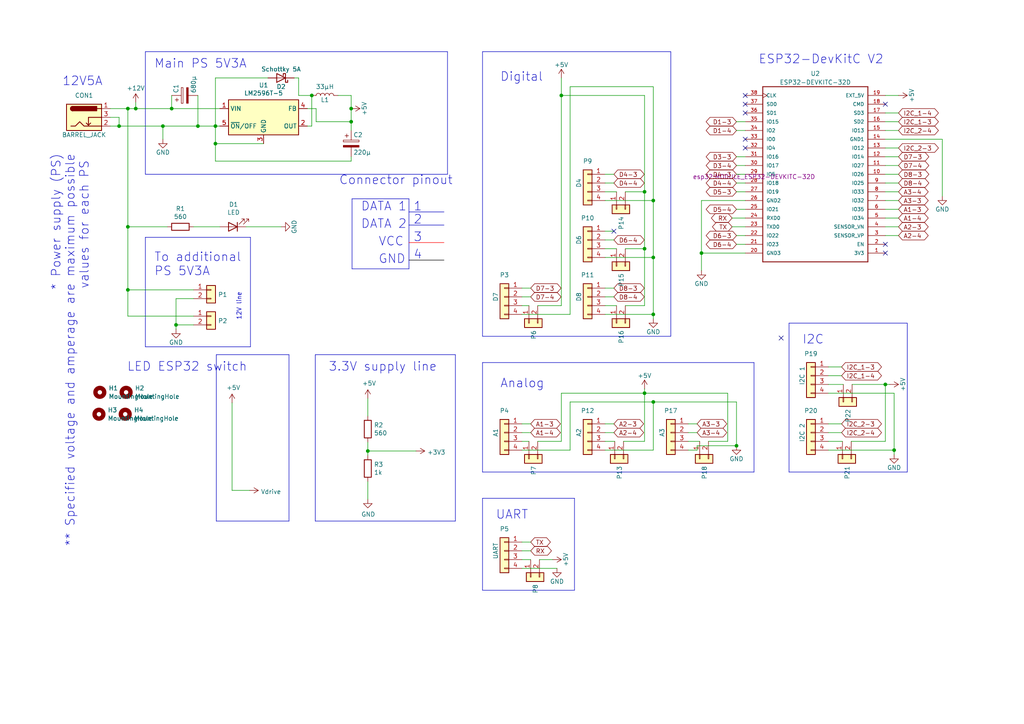
<source format=kicad_sch>
(kicad_sch (version 20231120) (generator "eeschema") (generator_version "8.0")
  (paper "A4")
  (junction (at 49.784 31.496))
  (junction (at 259.334 130.556))
  (junction (at 101.854 35.306))
  (junction (at 433.324 50.546))
  (junction (at 532.511 9.906))
  (junction (at 532.511 14.986))
  (junction (at 213.614 129.286))
  (junction (at 186.944 55.626))
  (junction (at 189.484 74.676))
  (junction (at 189.484 58.166))
  (junction (at 532.511 20.066))
  (junction (at 37.084 65.786))
  (junction (at 532.511 7.366))
  (junction (at 532.511 12.446))
  (junction (at 464.82 42.926))
  (junction (at 433.324 42.926))
  (junction (at 556.514 94.742))
  (junction (at 57.404 36.576))
  (junction (at 47.244 36.576))
  (junction (at 34.544 36.576))
  (junction (at 62.484 36.576))
  (junction (at 101.854 31.496))
  (junction (at 51.054 94.234))
  (junction (at 106.68 130.81))
  (junction (at 256.794 111.506))
  (junction (at 37.084 84.074))
  (junction (at 186.944 72.136))
  (junction (at 90.424 27.686))
  (junction (at 494.03 42.926))
  (junction (at 521.462 93.726))
  (junction (at 532.511 17.526))
  (junction (at 433.324 48.006))
  (junction (at 523.24 42.926))
  (junction (at 37.084 31.496))
  (junction (at 189.484 116.586))
  (junction (at 39.37 31.496))
  (junction (at 189.484 91.186))
  (junction (at 62.484 41.656))
  (junction (at 433.324 40.386))
  (junction (at 433.324 45.466))
  (junction (at 494.03 93.726))
  (junction (at 162.814 27.686))
  (junction (at 186.944 114.046))
  (junction (at 203.454 73.406))
  (junction (at 464.82 93.726))
  (junction (at 433.324 37.846))
  (no_connect (at 216.154 32.766))
  (no_connect (at 216.154 42.926))
  (no_connect (at 178.054 67.056))
  (no_connect (at 216.154 30.226))
  (no_connect (at 256.794 30.226))
  (no_connect (at 226.568 98.044))
  (no_connect (at 216.154 27.686))
  (no_connect (at 256.794 73.406))
  (no_connect (at 216.154 40.386))
  (no_connect (at 256.794 70.866))
  (wire (pts (xy 56.134 84.074) (xy 37.084 84.074)))
  (wire (pts (xy 240.284 130.556) (xy 259.334 130.556)))
  (wire (pts (xy 151.384 130.556) (xy 165.354 130.556)))
  (wire (pts (xy 37.084 31.496) (xy 39.37 31.496)))
  (wire (pts (xy 461.899 32.766) (xy 461.899 83.82)))
  (wire (pts (xy 175.514 55.626) (xy 178.816 55.626)))
  (wire (pts (xy 32.004 36.576) (xy 34.544 36.576)))
  (polyline (pts (xy 118.618 70.358) (xy 128.778 70.358)) (stroke (width 0) (type solid) (color 255 0 0 1)))
  (polyline (pts (xy 346.71 121.666) (xy 346.71 4.826)))
  (wire (pts (xy 165.354 25.146) (xy 165.354 91.186)))
  (wire (pts (xy 385.572 29.972) (xy 385.572 36.449)))
  (wire (pts (xy 178.054 83.566) (xy 175.514 83.566)))
  (wire (pts (xy 256.794 42.926) (xy 260.604 42.926)))
  (wire (pts (xy 57.404 27.686) (xy 57.404 36.576)))
  (wire (pts (xy 155.956 88.646) (xy 162.814 88.646)))
  (wire (pts (xy 153.924 83.566) (xy 151.384 83.566)))
  (wire (pts (xy 178.054 86.106) (xy 175.514 86.106)))
  (wire (pts (xy 165.354 25.146) (xy 189.484 25.146)))
  (wire (pts (xy 165.354 116.586) (xy 189.484 116.586)))
  (polyline (pts (xy 83.82 102.87) (xy 62.738 102.87)))
  (polyline (pts (xy 91.44 102.87) (xy 132.08 102.87)))
  (wire (pts (xy 37.084 91.694) (xy 56.134 91.694)))
  (polyline (pts (xy 445.77 4.826) (xy 445.77 121.666)))
  (wire (pts (xy 151.384 157.226) (xy 153.924 157.226)))
  (wire (pts (xy 101.854 37.846) (xy 101.854 35.306)))
  (wire (pts (xy 216.154 48.006) (xy 213.614 48.006)))
  (wire (pts (xy 433.324 40.386) (xy 435.61 40.386)))
  (wire (pts (xy 532.511 22.479) (xy 534.67 22.479)))
  (wire (pts (xy 216.154 70.866) (xy 213.614 70.866)))
  (polyline (pts (xy 62.738 102.87) (xy 62.738 151.13)))
  (wire (pts (xy 244.094 125.476) (xy 240.284 125.476)))
  (wire (pts (xy 423.037 65.786) (xy 435.61 65.786)))
  (wire (pts (xy 433.324 50.546) (xy 435.61 50.546)))
  (wire (pts (xy 189.484 116.586) (xy 213.614 116.586)))
  (wire (pts (xy 435.61 68.326) (xy 426.974 68.326)))
  (wire (pts (xy 37.084 65.786) (xy 48.514 65.786)))
  (wire (pts (xy 162.814 27.686) (xy 186.944 27.686)))
  (wire (pts (xy 153.924 122.936) (xy 151.384 122.936)))
  (wire (pts (xy 189.484 91.186) (xy 189.484 92.456)))
  (wire (pts (xy 461.899 83.82) (xy 464.82 83.82)))
  (wire (pts (xy 433.324 42.926) (xy 433.324 45.466)))
  (wire (pts (xy 151.384 162.306) (xy 153.924 162.306)))
  (wire (pts (xy 530.86 7.366) (xy 532.511 7.366)))
  (wire (pts (xy 364.744 19.812) (xy 369.824 19.812)))
  (wire (pts (xy 423.037 76.2) (xy 423.037 65.786)))
  (polyline (pts (xy 42.164 14.986) (xy 129.794 14.986)))
  (wire (pts (xy 106.68 130.81) (xy 120.65 130.81)))
  (wire (pts (xy 175.514 72.136) (xy 178.816 72.136)))
  (polyline (pts (xy 194.564 14.986) (xy 194.564 97.536)))
  (polyline (pts (xy 459.74 121.666) (xy 548.64 121.666)))
  (wire (pts (xy 387.096 76.2) (xy 423.037 76.2)))
  (wire (pts (xy 529.971 80.772) (xy 529.971 40.386)))
  (wire (pts (xy 256.794 45.466) (xy 260.604 45.466)))
  (wire (pts (xy 202.184 129.286) (xy 213.614 129.286)))
  (wire (pts (xy 433.324 45.466) (xy 433.324 48.006)))
  (wire (pts (xy 433.324 42.926) (xy 435.61 42.926)))
  (polyline (pts (xy 139.954 97.536) (xy 139.954 14.986)))
  (wire (pts (xy 556.514 80.772) (xy 556.514 94.742)))
  (polyline (pts (xy 91.44 102.87) (xy 91.44 151.13)))
  (wire (pts (xy 186.944 55.626) (xy 186.944 72.136)))
  (wire (pts (xy 464.82 93.726) (xy 481.33 93.726)))
  (wire (pts (xy 186.944 114.046) (xy 186.944 128.016)))
  (wire (pts (xy 37.084 31.496) (xy 37.084 65.786)))
  (wire (pts (xy 256.794 111.506) (xy 258.064 111.506)))
  (wire (pts (xy 86.614 22.606) (xy 86.614 27.686)))
  (wire (pts (xy 181.356 72.136) (xy 186.944 72.136)))
  (wire (pts (xy 56.134 65.786) (xy 63.754 65.786)))
  (wire (pts (xy 175.514 58.166) (xy 189.484 58.166)))
  (polyline (pts (xy 83.82 151.13) (xy 83.82 102.87)))
  (wire (pts (xy 523.24 42.926) (xy 523.24 46.736)))
  (polyline (pts (xy 62.738 151.13) (xy 83.82 151.13)))
  (wire (pts (xy 363.982 29.972) (xy 369.062 29.972)))
  (polyline (pts (xy 139.954 105.156) (xy 218.694 105.156)))
  (polyline (pts (xy 72.644 68.834) (xy 72.644 100.584)))
  (polyline (pts (xy 102.108 57.658) (xy 102.108 77.978)) (stroke (width 0) (type solid)))
  (wire (pts (xy 259.334 130.556) (xy 259.334 114.046)))
  (wire (pts (xy 256.794 58.166) (xy 260.604 58.166)))
  (wire (pts (xy 366.522 98.806) (xy 371.602 98.806)))
  (wire (pts (xy 202.184 122.936) (xy 199.644 122.936)))
  (wire (pts (xy 178.054 50.546) (xy 175.514 50.546)))
  (wire (pts (xy 165.354 116.586) (xy 165.354 130.556)))
  (wire (pts (xy 153.924 86.106) (xy 151.384 86.106)))
  (wire (pts (xy 216.154 60.706) (xy 213.614 60.706)))
  (wire (pts (xy 426.974 68.326) (xy 426.974 90.424)))
  (wire (pts (xy 433.324 48.006) (xy 435.61 48.006)))
  (wire (pts (xy 106.68 120.65) (xy 106.68 115.57)))
  (polyline (pts (xy 548.64 4.826) (xy 459.74 4.826)))
  (polyline (pts (xy 129.794 50.546) (xy 42.164 50.546)))
  (wire (pts (xy 427.101 36.449) (xy 427.101 58.166)))
  (wire (pts (xy 86.614 27.686) (xy 90.424 27.686)))
  (wire (pts (xy 203.454 58.166) (xy 203.454 73.406)))
  (wire (pts (xy 62.484 41.656) (xy 62.484 46.736)))
  (wire (pts (xy 256.794 48.006) (xy 260.604 48.006)))
  (wire (pts (xy 186.944 114.046) (xy 211.074 114.046)))
  (polyline (pts (xy 263.144 93.726) (xy 263.144 136.906)))
  (wire (pts (xy 488.442 84.836) (xy 494.03 84.836)))
  (wire (pts (xy 211.074 114.046) (xy 211.074 128.016)))
  (polyline (pts (xy 346.71 4.826) (xy 445.77 4.826)))
  (wire (pts (xy 178.054 69.596) (xy 175.514 69.596)))
  (polyline (pts (xy 263.144 93.726) (xy 228.854 93.726)))
  (wire (pts (xy 256.794 35.306) (xy 260.604 35.306)))
  (wire (pts (xy 428.752 27.686) (xy 428.752 55.626)))
  (wire (pts (xy 388.62 84.074) (xy 388.62 90.424)))
  (wire (pts (xy 464.82 54.356) (xy 464.82 59.436)))
  (wire (pts (xy 62.484 41.656) (xy 76.454 41.656)))
  (wire (pts (xy 62.484 22.606) (xy 62.484 36.576)))
  (wire (pts (xy 178.054 67.056) (xy 175.514 67.056)))
  (wire (pts (xy 464.82 93.726) (xy 464.82 97.536)))
  (wire (pts (xy 71.374 65.786) (xy 81.534 65.786)))
  (wire (pts (xy 521.462 105.156) (xy 521.462 110.236)))
  (wire (pts (xy 151.384 128.016) (xy 153.416 128.016)))
  (wire (pts (xy 175.514 74.676) (xy 189.484 74.676)))
  (wire (pts (xy 534.67 32.766) (xy 461.899 32.766)))
  (wire (pts (xy 162.814 22.606) (xy 162.814 27.686)))
  (wire (pts (xy 240.284 128.016) (xy 244.348 128.016)))
  (wire (pts (xy 464.82 42.926) (xy 481.33 42.926)))
  (wire (pts (xy 379.73 84.074) (xy 388.62 84.074)))
  (wire (pts (xy 216.154 68.326) (xy 213.614 68.326)))
  (wire (pts (xy 532.511 7.366) (xy 534.67 7.366)))
  (wire (pts (xy 162.814 27.686) (xy 162.814 88.646)))
  (wire (pts (xy 106.68 132.08) (xy 106.68 130.81)))
  (wire (pts (xy 181.356 55.626) (xy 186.944 55.626)))
  (wire (pts (xy 388.112 105.156) (xy 430.149 105.156)))
  (wire (pts (xy 430.149 105.156) (xy 430.149 70.866)))
  (wire (pts (xy 155.956 128.016) (xy 162.814 128.016)))
  (wire (pts (xy 523.24 30.226) (xy 523.24 42.926)))
  (wire (pts (xy 534.797 25.146) (xy 534.67 25.146)))
  (wire (pts (xy 464.82 42.926) (xy 464.82 46.736)))
  (wire (pts (xy 91.694 35.306) (xy 101.854 35.306)))
  (wire (pts (xy 216.154 65.786) (xy 212.344 65.786)))
  (wire (pts (xy 430.149 70.866) (xy 435.61 70.866)))
  (wire (pts (xy 181.356 88.646) (xy 186.944 88.646)))
  (wire (pts (xy 37.084 84.074) (xy 37.084 91.694)))
  (wire (pts (xy 494.03 27.686) (xy 494.03 42.926)))
  (wire (pts (xy 162.814 114.046) (xy 186.944 114.046)))
  (wire (pts (xy 101.854 46.736) (xy 101.854 45.466)))
  (wire (pts (xy 426.974 90.424) (xy 388.62 90.424)))
  (wire (pts (xy 244.094 106.426) (xy 240.284 106.426)))
  (wire (pts (xy 90.424 36.576) (xy 89.154 36.576)))
  (polyline (pts (xy 118.618 65.278) (xy 128.778 65.278)) (stroke (width 0) (type solid)))
  (wire (pts (xy 256.794 32.766) (xy 260.604 32.766)))
  (wire (pts (xy 364.236 46.228) (xy 369.316 46.228)))
  (polyline (pts (xy 42.164 68.834) (xy 42.164 100.584)))
  (wire (pts (xy 378.206 69.85) (xy 387.096 69.85)))
  (wire (pts (xy 375.666 58.166) (xy 384.556 58.166)))
  (wire (pts (xy 365.506 69.85) (xy 370.586 69.85)))
  (polyline (pts (xy 548.64 121.666) (xy 548.64 4.826)))
  (wire (pts (xy 180.848 128.016) (xy 186.944 128.016)))
  (wire (pts (xy 386.334 27.686) (xy 428.752 27.686)))
  (wire (pts (xy 423.291 64.516) (xy 423.291 63.246)))
  (wire (pts (xy 106.68 130.81) (xy 106.68 128.27)))
  (wire (pts (xy 488.442 35.306) (xy 488.442 84.836)))
  (wire (pts (xy 101.854 27.686) (xy 101.854 31.496)))
  (wire (pts (xy 433.324 35.306) (xy 433.324 37.846)))
  (polyline (pts (xy 118.618 77.978) (xy 118.618 57.658)) (stroke (width 0) (type solid)))
  (wire (pts (xy 51.054 86.614) (xy 56.134 86.614)))
  (polyline (pts (xy 166.624 144.526) (xy 166.624 171.196)))
  (wire (pts (xy 384.556 58.166) (xy 384.556 64.516)))
  (polyline (pts (xy 132.08 151.13) (xy 132.08 102.87)))
  (wire (pts (xy 47.244 40.386) (xy 47.244 36.576)))
  (polyline (pts (xy 218.694 136.906) (xy 218.694 105.156)))
  (wire (pts (xy 273.304 56.896) (xy 273.304 40.386)))
  (wire (pts (xy 151.384 164.846) (xy 161.544 164.846)))
  (wire (pts (xy 494.03 42.926) (xy 494.03 46.736)))
  (polyline (pts (xy 139.954 105.156) (xy 139.954 136.906)))
  (wire (pts (xy 106.68 144.78) (xy 106.68 139.7)))
  (polyline (pts (xy 72.644 100.584) (xy 42.164 100.584)))
  (polyline (pts (xy 166.624 144.526) (xy 139.954 144.526)))
  (wire (pts (xy 91.694 31.496) (xy 89.154 31.496)))
  (polyline (pts (xy 228.854 136.906) (xy 263.144 136.906)))
  (wire (pts (xy 34.544 34.036) (xy 34.544 36.576)))
  (wire (pts (xy 49.784 27.686) (xy 49.784 31.496)))
  (wire (pts (xy 494.03 42.926) (xy 510.54 42.926)))
  (wire (pts (xy 256.794 63.246) (xy 260.604 63.246)))
  (wire (pts (xy 256.794 50.546) (xy 260.604 50.546)))
  (wire (pts (xy 534.67 27.686) (xy 494.03 27.686)))
  (wire (pts (xy 376.682 29.972) (xy 385.572 29.972)))
  (wire (pts (xy 216.154 45.466) (xy 213.614 45.466)))
  (polyline (pts (xy 228.854 93.726) (xy 228.854 136.906)))
  (wire (pts (xy 532.511 9.906) (xy 534.67 9.906)))
  (wire (pts (xy 246.888 128.016) (xy 256.794 128.016)))
  (wire (pts (xy 189.484 116.586) (xy 189.484 130.556)))
  (wire (pts (xy 244.094 108.966) (xy 240.284 108.966)))
  (wire (pts (xy 367.03 84.074) (xy 372.11 84.074)))
  (wire (pts (xy 51.054 94.234) (xy 51.054 86.614)))
  (wire (pts (xy 519.938 84.709) (xy 521.462 84.709)))
  (wire (pts (xy 519.938 37.846) (xy 519.938 84.709)))
  (wire (pts (xy 532.511 20.066) (xy 532.511 22.479)))
  (wire (pts (xy 433.324 37.846) (xy 435.61 37.846)))
  (wire (pts (xy 523.24 42.926) (xy 539.75 42.926)))
  (wire (pts (xy 534.67 17.526) (xy 532.511 17.526)))
  (wire (pts (xy 256.794 55.626) (xy 260.604 55.626)))
  (wire (pts (xy 464.82 25.019) (xy 534.797 25.019)))
  (wire (pts (xy 62.484 36.576) (xy 63.754 36.576)))
  (wire (pts (xy 175.514 130.556) (xy 189.484 130.556)))
  (polyline (pts (xy 139.954 136.906) (xy 218.694 136.906)))
  (wire (pts (xy 534.67 22.479) (xy 534.67 22.606)))
  (wire (pts (xy 203.454 73.406) (xy 203.454 78.486)))
  (wire (pts (xy 37.084 65.786) (xy 37.084 84.074)))
  (polyline (pts (xy 139.954 171.196) (xy 166.624 171.196)))
  (polyline (pts (xy 129.794 14.986) (xy 129.794 50.546)))
  (wire (pts (xy 199.644 128.016) (xy 202.946 128.016)))
  (wire (pts (xy 433.324 48.006) (xy 433.324 50.546)))
  (polyline (pts (xy 91.44 151.13) (xy 132.08 151.13)))
  (wire (pts (xy 519.938 37.846) (xy 534.67 37.846)))
  (wire (pts (xy 186.944 114.046) (xy 186.944 112.776)))
  (wire (pts (xy 203.454 73.406) (xy 216.154 73.406)))
  (wire (pts (xy 256.794 68.326) (xy 260.604 68.326)))
  (wire (pts (xy 32.004 31.496) (xy 37.084 31.496)))
  (polyline (pts (xy 459.74 4.826) (xy 459.74 121.666)))
  (wire (pts (xy 435.61 60.706) (xy 422.91 60.706)))
  (wire (pts (xy 521.462 93.726) (xy 521.462 97.536)))
  (wire (pts (xy 199.644 130.556) (xy 202.184 130.556)))
  (wire (pts (xy 101.854 27.686) (xy 98.044 27.686)))
  (wire (pts (xy 529.971 40.386) (xy 534.67 40.386)))
  (wire (pts (xy 202.184 125.476) (xy 199.644 125.476)))
  (wire (pts (xy 534.797 25.019) (xy 534.797 25.146)))
  (wire (pts (xy 256.794 60.706) (xy 260.604 60.706)))
  (wire (pts (xy 388.112 98.806) (xy 388.112 105.156)))
  (wire (pts (xy 39.37 29.718) (xy 39.37 31.496)))
  (wire (pts (xy 532.511 9.906) (xy 532.511 12.446)))
  (wire (pts (xy 427.101 58.166) (xy 435.61 58.166)))
  (wire (pts (xy 216.154 37.846) (xy 213.614 37.846)))
  (wire (pts (xy 90.424 27.686) (xy 90.424 36.576)))
  (wire (pts (xy 385.826 46.228) (xy 385.826 52.578)))
  (wire (pts (xy 101.854 31.496) (xy 101.854 35.306)))
  (wire (pts (xy 178.054 53.086) (xy 175.514 53.086)))
  (wire (pts (xy 428.752 55.626) (xy 435.61 55.626)))
  (wire (pts (xy 247.142 111.506) (xy 256.794 111.506)))
  (wire (pts (xy 62.484 22.606) (xy 77.724 22.606)))
  (wire (pts (xy 189.484 74.676) (xy 189.484 91.186)))
  (wire (pts (xy 532.511 20.066) (xy 534.67 20.066)))
  (wire (pts (xy 39.37 31.496) (xy 49.784 31.496)))
  (wire (pts (xy 202.184 130.556) (xy 202.184 129.286)))
  (wire (pts (xy 256.794 37.846) (xy 260.604 37.846)))
  (wire (pts (xy 534.67 35.306) (xy 488.442 35.306)))
  (wire (pts (xy 85.344 22.606) (xy 86.614 22.606)))
  (wire (pts (xy 422.91 60.706) (xy 422.91 52.578)))
  (wire (pts (xy 216.154 35.306) (xy 213.614 35.306)))
  (polyline (pts (xy 102.108 77.978) (xy 118.618 77.978)) (stroke (width 0) (type solid)))
  (wire (pts (xy 256.794 53.086) (xy 260.604 53.086)))
  (polyline (pts (xy 118.618 61.468) (xy 128.778 61.468)) (stroke (width 0) (type solid)))
  (wire (pts (xy 273.304 40.386) (xy 256.794 40.386)))
  (wire (pts (xy 67.31 116.84) (xy 67.31 142.24)))
  (wire (pts (xy 532.511 17.526) (xy 532.511 20.066)))
  (wire (pts (xy 151.384 88.646) (xy 153.416 88.646)))
  (wire (pts (xy 464.82 25.019) (xy 464.82 42.926)))
  (wire (pts (xy 532.511 12.446) (xy 534.67 12.446)))
  (polyline (pts (xy 194.564 97.536) (xy 139.954 97.536)))
  (wire (pts (xy 464.82 83.82) (xy 464.82 93.726)))
  (wire (pts (xy 32.004 34.036) (xy 34.544 34.036)))
  (wire (pts (xy 386.334 19.812) (xy 386.334 27.686)))
  (wire (pts (xy 556.514 94.742) (xy 556.514 98.552)))
  (wire (pts (xy 377.444 19.812) (xy 386.334 19.812)))
  (wire (pts (xy 62.484 36.576) (xy 62.484 41.656)))
  (wire (pts (xy 376.936 46.228) (xy 385.826 46.228)))
  (wire (pts (xy 521.462 84.709) (xy 521.462 93.726)))
  (polyline (pts (xy 445.77 121.666) (xy 346.71 121.666)))
  (wire (pts (xy 433.324 50.546) (xy 433.324 53.086)))
  (polyline (pts (xy 72.644 68.834) (xy 42.164 68.834)))
  (wire (pts (xy 384.556 64.516) (xy 423.291 64.516)))
  (wire (pts (xy 556.514 106.172) (xy 556.514 111.252)))
  (wire (pts (xy 91.694 31.496) (xy 91.694 35.306)))
  (wire (pts (xy 216.154 58.166) (xy 203.454 58.166)))
  (wire (pts (xy 216.154 63.246) (xy 212.344 63.246)))
  (wire (pts (xy 186.944 27.686) (xy 186.944 55.626)))
  (wire (pts (xy 433.324 37.846) (xy 433.324 40.386)))
  (wire (pts (xy 67.31 142.24) (xy 72.39 142.24)))
  (wire (pts (xy 156.464 162.306) (xy 160.274 162.306)))
  (wire (pts (xy 151.384 159.766) (xy 153.924 159.766)))
  (wire (pts (xy 57.404 36.576) (xy 62.484 36.576)))
  (wire (pts (xy 523.24 54.356) (xy 523.24 59.436)))
  (polyline (pts (xy 118.618 75.438) (xy 128.778 75.438)) (stroke (width 0) (type solid) (color 0 0 0 1)))
  (wire (pts (xy 49.784 31.496) (xy 63.754 31.496)))
  (wire (pts (xy 240.284 111.506) (xy 244.602 111.506)))
  (wire (pts (xy 422.91 52.578) (xy 385.826 52.578)))
  (wire (pts (xy 259.334 131.826) (xy 259.334 130.556)))
  (wire (pts (xy 240.284 114.046) (xy 259.334 114.046)))
  (wire (pts (xy 189.484 58.166) (xy 189.484 74.676)))
  (wire (pts (xy 387.096 69.85) (xy 387.096 76.2)))
  (wire (pts (xy 51.054 95.504) (xy 51.054 94.234)))
  (wire (pts (xy 433.324 40.386) (xy 433.324 42.926)))
  (wire (pts (xy 532.511 14.986) (xy 534.67 14.986)))
  (wire (pts (xy 556.514 94.742) (xy 573.024 94.742)))
  (wire (pts (xy 433.324 45.466) (xy 435.61 45.466)))
  (wire (pts (xy 494.03 105.156) (xy 494.03 110.236)))
  (wire (pts (xy 532.511 12.446) (xy 532.511 14.986)))
  (wire (pts (xy 51.054 94.234) (xy 56.134 94.234)))
  (wire (pts (xy 494.03 84.836) (xy 494.03 93.726)))
  (wire (pts (xy 256.794 65.786) (xy 260.604 65.786)))
  (polyline (pts (xy 139.954 171.196) (xy 139.954 144.526)))
  (wire (pts (xy 178.054 122.936) (xy 175.514 122.936)))
  (polyline (pts (xy 139.954 14.986) (xy 194.564 14.986)))
  (wire (pts (xy 62.484 46.736) (xy 101.854 46.736)))
  (wire (pts (xy 256.794 111.506) (xy 256.794 128.016)))
  (polyline (pts (xy 118.618 57.658) (xy 102.108 57.658)) (stroke (width 0) (type solid)))
  (wire (pts (xy 34.544 36.576) (xy 47.244 36.576)))
  (wire (pts (xy 379.222 98.806) (xy 388.112 98.806)))
  (wire (pts (xy 523.24 30.226) (xy 534.67 30.226)))
  (wire (pts (xy 532.511 7.366) (xy 532.511 9.906)))
  (wire (pts (xy 178.054 125.476) (xy 175.514 125.476)))
  (wire (pts (xy 362.966 58.166) (xy 368.046 58.166)))
  (wire (pts (xy 186.944 72.136) (xy 186.944 88.646)))
  (wire (pts (xy 532.511 14.986) (xy 532.511 17.526)))
  (wire (pts (xy 213.614 116.586) (xy 213.614 129.286)))
  (wire (pts (xy 494.03 93.726) (xy 510.54 93.726)))
  (wire (pts (xy 189.484 25.146) (xy 189.484 58.166)))
  (wire (pts (xy 494.03 93.726) (xy 494.03 97.536)))
  (wire (pts (xy 464.82 105.156) (xy 464.82 110.236)))
  (wire (pts (xy 433.324 53.086) (xy 435.61 53.086)))
  (wire (pts (xy 216.154 55.626) (xy 213.614 55.626)))
  (wire (pts (xy 216.154 50.546) (xy 213.614 50.546)))
  (wire (pts (xy 385.572 36.449) (xy 427.101 36.449)))
  (wire (pts (xy 260.604 27.686) (xy 256.794 27.686)))
  (wire (pts (xy 213.614 53.086) (xy 216.154 53.086)))
  (wire (pts (xy 494.03 54.356) (xy 494.03 59.436)))
  (wire (pts (xy 175.514 128.016) (xy 178.308 128.016)))
  (wire (pts (xy 175.514 88.646) (xy 178.816 88.646)))
  (polyline (pts (xy 42.164 50.546) (xy 42.164 14.986)))
  (wire (pts (xy 423.291 63.246) (xy 435.61 63.246)))
  (wire (pts (xy 240.284 122.936) (xy 244.094 122.936)))
  (wire (pts (xy 47.244 36.576) (xy 57.404 36.576)))
  (wire (pts (xy 175.514 91.186) (xy 189.484 91.186)))
  (wire (pts (xy 521.462 93.726) (xy 537.972 93.726)))
  (wire (pts (xy 162.814 114.046) (xy 162.814 128.016)))
  (wire (pts (xy 151.384 91.186) (xy 165.354 91.186)))
  (wire (pts (xy 205.486 128.016) (xy 211.074 128.016)))
  (wire (pts (xy 556.514 80.772) (xy 529.971 80.772)))
  (wire (pts (xy 153.924 125.476) (xy 151.384 125.476)))
  (text "Digital" (at 145.034 23.876 0) (effects (font (size 2.54 2.54)) (justify left bottom)))
  (text "I2C" (at 232.664 100.076 0) (effects (font (size 2.54 2.54)) (justify left bottom)))
  (text "IR phototransistor array" (at 463.55 12.446 0) (effects (font (size 2.54 2.54)) (justify left bottom)))
  (text "3.3V supply line" (at 95.25 107.95 0) (effects (font (size 2.54 2.54)) (justify left bottom)))
  (text "12V line" (at 70.104 92.964 90) (effects (font (size 1.27 1.27)) (justify left bottom)))
  (text "UART" (at 143.764 150.876 0) (effects (font (size 2.54 2.54)) (justify left bottom)))
  (text "4" (at 119.888 75.438 0) (effects (font (size 2.54 2.54)) (justify left bottom)))
  (text "DATA 2  " (at 104.648 66.548 0) (effects (font (size 2.54 2.54)) (justify left bottom)))
  (text "VCC" (at 109.728 71.628 0) (effects (font (size 2.54 2.54)) (justify left bottom)))
  (text "12V5A" (at 18.034 25.146 0) (effects (font (size 2.54 2.54)) (justify left bottom)))
  (text "IR LED array" (at 355.6 13.716 0) (effects (font (size 2.54 2.54)) (justify left bottom)))
  (text "Main PS 5V3A" (at 44.704 20.066 0) (effects (font (size 2.54 2.54)) (justify left bottom)))
  (text "Connector pinout" (at 98.298 53.848 0) (effects (font (size 2.54 2.54)) (justify left bottom)))
  (text "2" (at 119.888 65.278 0) (effects (font (size 2.54 2.54)) (justify left bottom)))
  (text "To additional\nPS 5V3A" (at 44.704 80.264 0) (effects (font (size 2.54 2.54)) (justify left bottom)))
  (text "ESP32-DevKitC V2" (at 219.964 18.796 0) (effects (font (size 2.54 2.54)) (justify left bottom)))
  (text "* Power supply (PS)\n** Specified voltage and amperage are maximum possible\nvalues for each PS " (at 25.908 44.704 90) (effects (font (size 2.54 2.54)) (justify right bottom)))
  (text "GND" (at 109.728 76.708 0) (effects (font (size 2.54 2.54)) (justify left bottom)))
  (text "LED ESP32 switch" (at 36.83 107.95 0) (effects (font (size 2.54 2.54)) (justify left bottom)))
  (text "DATA 1\n" (at 104.648 61.468 0) (effects (font (size 2.54 2.54)) (justify left bottom)))
  (text "3" (at 119.888 70.358 0) (effects (font (size 2.54 2.54)) (justify left bottom)))
  (text "Analog" (at 145.034 112.776 0) (effects (font (size 2.54 2.54)) (justify left bottom)))
  (text "1" (at 119.888 61.468 0) (effects (font (size 2.54 2.54)) (justify left bottom)))
  (global_label "D8-4" (shape bidirectional) (at 178.054 86.106 0) (property "Intersheetrefs" "${INTERSHEET_REFS}" (effects (hide yes))))
  (global_label "A2-4" (shape bidirectional) (at 178.054 125.476 0) (property "Intersheetrefs" "${INTERSHEET_REFS}" (effects (hide yes))))
  (global_label "D6-4" (shape bidirectional) (at 178.054 69.596 0) (property "Intersheetrefs" "${INTERSHEET_REFS}" (effects (hide yes))))
  (global_label "D1-4" (shape bidirectional) (at 213.614 37.846 180) (property "Intersheetrefs" "${INTERSHEET_REFS}" (effects (hide yes))))
  (global_label "I2C_2-3" (shape bidirectional) (at 244.094 122.936 0) (property "Intersheetrefs" "${INTERSHEET_REFS}" (effects (hide yes))))
  (global_label "A1-3" (shape bidirectional) (at 153.924 122.936 0) (property "Intersheetrefs" "${INTERSHEET_REFS}" (effects (hide yes))))
  (global_label "D5-3" (shape bidirectional) (at 510.54 93.726 0) (property "Intersheetrefs" "${INTERSHEET_REFS}" (effects (hide yes))))
  (global_label "TX" (shape bidirectional) (at 212.344 65.786 180) (property "Intersheetrefs" "${INTERSHEET_REFS}" (effects (hide yes))))
  (global_label "I2C_2-4" (shape bidirectional) (at 260.604 37.846 0) (property "Intersheetrefs" "${INTERSHEET_REFS}" (effects (hide yes))))
  (global_label "A2-3" (shape bidirectional) (at 178.054 122.936 0) (property "Intersheetrefs" "${INTERSHEET_REFS}" (effects (hide yes))))
  (global_label "D3-4" (shape bidirectional) (at 481.33 93.726 0) (property "Intersheetrefs" "${INTERSHEET_REFS}" (effects (hide yes))))
  (global_label "D7-3" (shape bidirectional) (at 153.924 83.566 0) (property "Intersheetrefs" "${INTERSHEET_REFS}" (effects (hide yes))))
  (global_label "D5-4" (shape bidirectional) (at 213.614 60.706 180) (property "Intersheetrefs" "${INTERSHEET_REFS}" (effects (hide yes))))
  (global_label "D4-4" (shape bidirectional) (at 213.614 53.086 180) (property "Intersheetrefs" "${INTERSHEET_REFS}" (effects (hide yes))))
  (global_label "D1-4" (shape bidirectional) (at 510.54 42.926 0) (property "Intersheetrefs" "${INTERSHEET_REFS}" (effects (hide yes))))
  (global_label "A2-4" (shape bidirectional) (at 260.604 68.326 0) (property "Intersheetrefs" "${INTERSHEET_REFS}" (effects (hide yes))))
  (global_label "I2C_1-3" (shape bidirectional) (at 260.604 35.306 0) (property "Intersheetrefs" "${INTERSHEET_REFS}" (effects (hide yes))))
  (global_label "I2C_1-3" (shape bidirectional) (at 244.094 106.426 0) (property "Intersheetrefs" "${INTERSHEET_REFS}" (effects (hide yes))))
  (global_label "D8-4" (shape bidirectional) (at 260.604 53.086 0) (property "Intersheetrefs" "${INTERSHEET_REFS}" (effects (hide yes))))
  (global_label "D8-3" (shape bidirectional) (at 260.604 50.546 0) (property "Intersheetrefs" "${INTERSHEET_REFS}" (effects (hide yes))))
  (global_label "TX" (shape bidirectional) (at 153.924 157.226 0) (property "Intersheetrefs" "${INTERSHEET_REFS}" (effects (hide yes))))
  (global_label "D3-3" (shape bidirectional) (at 213.614 45.466 180) (property "Intersheetrefs" "${INTERSHEET_REFS}" (effects (hide yes))))
  (global_label "RX" (shape bidirectional) (at 153.924 159.766 0) (property "Intersheetrefs" "${INTERSHEET_REFS}" (effects (hide yes))))
  (global_label "A2-3" (shape bidirectional) (at 260.604 65.786 0) (property "Intersheetrefs" "${INTERSHEET_REFS}" (effects (hide yes))))
  (global_label "I2C_2-4" (shape bidirectional) (at 244.094 125.476 0) (property "Intersheetrefs" "${INTERSHEET_REFS}" (effects (hide yes))))
  (global_label "A3-3" (shape bidirectional) (at 260.604 58.166 0) (property "Intersheetrefs" "${INTERSHEET_REFS}" (effects (hide yes))))
  (global_label "D8-3" (shape bidirectional) (at 178.054 83.566 0) (property "Intersheetrefs" "${INTERSHEET_REFS}" (effects (hide yes))))
  (global_label "I2C_1-4" (shape bidirectional) (at 244.094 108.966 0) (property "Intersheetrefs" "${INTERSHEET_REFS}" (effects (hide yes))))
  (global_label "D3-4" (shape bidirectional) (at 213.614 48.006 180) (property "Intersheetrefs" "${INTERSHEET_REFS}" (effects (hide yes))))
  (global_label "A3-3" (shape bidirectional) (at 202.184 122.936 0) (property "Intersheetrefs" "${INTERSHEET_REFS}" (effects (hide yes))))
  (global_label "D4-3" (shape bidirectional) (at 213.614 50.546 180) (property "Intersheetrefs" "${INTERSHEET_REFS}" (effects (hide yes))))
  (global_label "D1-3" (shape bidirectional) (at 213.614 35.306 180) (property "Intersheetrefs" "${INTERSHEET_REFS}" (effects (hide yes))))
  (global_label "D6-3" (shape bidirectional) (at 573.024 94.742 0) (property "Intersheetrefs" "${INTERSHEET_REFS}" (effects (hide yes))))
  (global_label "A3-4" (shape bidirectional) (at 202.184 125.476 0) (property "Intersheetrefs" "${INTERSHEET_REFS}" (effects (hide yes))))
  (global_label "A1-4" (shape bidirectional) (at 153.924 125.476 0) (property "Intersheetrefs" "${INTERSHEET_REFS}" (effects (hide yes))))
  (global_label "I2C_2-3" (shape bidirectional) (at 260.604 42.926 0) (property "Intersheetrefs" "${INTERSHEET_REFS}" (effects (hide yes))))
  (global_label "A3-4" (shape bidirectional) (at 260.604 55.626 0) (property "Intersheetrefs" "${INTERSHEET_REFS}" (effects (hide yes))))
  (global_label "RX" (shape bidirectional) (at 212.344 63.246 180) (property "Intersheetrefs" "${INTERSHEET_REFS}" (effects (hide yes))))
  (global_label "D5-3" (shape bidirectional) (at 213.614 55.626 180) (property "Intersheetrefs" "${INTERSHEET_REFS}" (effects (hide yes))))
  (global_label "D7-3" (shape bidirectional) (at 260.604 45.466 0) (property "Intersheetrefs" "${INTERSHEET_REFS}" (effects (hide yes))))
  (global_label "D4-4" (shape bidirectional) (at 178.054 53.086 0) (property "Intersheetrefs" "${INTERSHEET_REFS}" (effects (hide yes))))
  (global_label "I2C_1-4" (shape bidirectional) (at 260.604 32.766 0) (property "Intersheetrefs" "${INTERSHEET_REFS}" (effects (hide yes))))
  (global_label "D7-4" (shape bidirectional) (at 153.924 86.106 0) (property "Intersheetrefs" "${INTERSHEET_REFS}" (effects (hide yes))))
  (global_label "D5-4" (shape bidirectional) (at 537.972 93.726 0) (property "Intersheetrefs" "${INTERSHEET_REFS}" (effects (hide yes))))
  (global_label "D6-4" (shape bidirectional) (at 213.614 70.866 180) (property "Intersheetrefs" "${INTERSHEET_REFS}" (effects (hide yes))))
  (global_label "D4-3" (shape bidirectional) (at 178.054 50.546 0) (property "Intersheetrefs" "${INTERSHEET_REFS}" (effects (hide yes))))
  (global_label "A1-3" (shape bidirectional) (at 260.604 60.706 0) (property "Intersheetrefs" "${INTERSHEET_REFS}" (effects (hide yes))))
  (global_label "D1-3" (shape bidirectional) (at 481.33 42.926 0) (property "Intersheetrefs" "${INTERSHEET_REFS}" (effects (hide yes))))
  (global_label "D3-3" (shape bidirectional) (at 539.75 42.926 0) (property "Intersheetrefs" "${INTERSHEET_REFS}" (effects (hide yes))))
  (global_label "D6-3" (shape bidirectional) (at 213.614 68.326 180) (property "Intersheetrefs" "${INTERSHEET_REFS}" (effects (hide yes))))
  (global_label "D7-4" (shape bidirectional) (at 260.604 48.006 0) (property "Intersheetrefs" "${INTERSHEET_REFS}" (effects (hide yes))))
  (global_label "A1-4" (shape bidirectional) (at 260.604 63.246 0) (property "Intersheetrefs" "${INTERSHEET_REFS}" (effects (hide yes))))
  (symbol (lib_id "ir_sensor-rescue:+3.3V-power") (at 530.86 7.366 90) (unit 1)
    (property "Reference" "#PWR036" (effects (hide yes)))
    (property "Value" "+3V3" (at 526.4658 6.985 0))
  )
  (symbol (lib_id "power:Vdrive") (at 362.966 58.166 90) (unit 1)
    (property "Reference" "#PWR022" (effects (hide yes)))
    (property "Value" "Vdrive" (at 358.5718 57.785 0))
  )
  (symbol (lib_id "power:GND") (at 203.454 78.486 0) (unit 1)
    (property "Reference" "#PWR016" (effects (hide yes)))
    (property "Value" "GND" (at 203.454 82.296 0))
  )
  (symbol (lib_id "Connector_Generic:Conn_01x04") (at 235.204 125.476 0) (mirror y) (unit 1)
    (property "Reference" "P20" (at 235.204 119.126 0))
    (property "Value" "I2C 2" (at 232.664 125.476 90))
    (property "Footprint" "Connector_JST:JST_XH_B4B-XH-A_1x04_P2.50mm_Vertical" (effects (hide yes)))
  )
  (symbol (lib_id "power:Vdrive") (at 364.236 46.228 90) (unit 1)
    (property "Reference" "#PWR024" (effects (hide yes)))
    (property "Value" "Vdrive" (at 359.8418 45.847 0))
  )
  (symbol (lib_id "power:+5V") (at 162.814 22.606 0) (unit 1)
    (property "Reference" "#PWR013" (effects (hide yes)))
    (property "Value" "+5V" (at 162.814 18.796 0))
  )
  (symbol (lib_id "Connector_Generic:Conn_01x02") (at 244.348 133.096 90) (mirror x) (unit 1)
    (property "Reference" "P21" (at 245.7196 135.128 0) (effects (justify left)))
    (property "Value" "Conn_01x02" (effects (hide yes)))
    (property "Footprint" "Connector_PinSocket_2.54mm:PinSocket_1x02_P2.54mm_Vertical" (effects (hide yes)))
  )
  (symbol (lib_id "Device:LED") (at 67.564 65.786 180) (unit 1)
    (property "Reference" "D1" (at 67.7418 59.309 0))
    (property "Value" "LED" (at 67.7418 61.6204 0))
    (property "Footprint" "LED_THT:LED_D3.0mm" (effects (hide yes)))
  )
  (symbol (lib_id "Connector:Conn_01x14_Socket") (at 539.75 22.606 0) (unit 1)
    (property "Reference" "J2" (at 540.4612 22.6639 0) (effects (justify left)))
    (property "Value" "Conn_01x14_Socket" (at 540.4612 25.0881 0) (effects (justify left)))
    (property "Footprint" "Connector_JST:JST_XH_B14B-XH-A_1x14_P2.50mm_Vertical" (effects (hide yes)))
  )
  (symbol (lib_id "Connector_Generic:Conn_01x02") (at 178.816 93.726 90) (mirror x) (unit 1)
    (property "Reference" "P16" (at 180.1876 95.758 0) (effects (justify left)))
    (property "Value" "Conn_01x02" (effects (hide yes)))
    (property "Footprint" "Connector_PinSocket_2.54mm:PinSocket_1x02_P2.54mm_Vertical" (effects (hide yes)))
  )
  (symbol (lib_id "Device:R") (at 373.126 46.228 90) (unit 1)
    (property "Reference" "R6" (at 371.9576 44.45 0) (effects (justify left)))
    (property "Value" "47" (at 374.269 44.45 0) (effects (justify left)))
    (property "Footprint" "Resistor_THT:R_Box_L13.0mm_W4.0mm_P9.00mm" (effects (hide yes)))
  )
  (symbol (lib_id "Device:L") (at 94.234 27.686 90) (unit 1)
    (property "Reference" "L1" (at 94.234 28.956 90))
    (property "Value" "33µH" (at 94.234 25.146 90))
    (property "Footprint" "Inductor_THT:L_Radial_D10.0mm_P5.00mm_Fastron_07M" (effects (hide yes)))
  )
  (symbol (lib_id "power:+5V") (at 160.274 162.306 270) (unit 1)
    (property "Reference" "#PWR011" (effects (hide yes)))
    (property "Value" "+5V" (at 164.084 162.306 0))
  )
  (symbol (lib_id "power:+5V") (at 186.944 112.776 0) (unit 1)
    (property "Reference" "#PWR014" (effects (hide yes)))
    (property "Value" "+5V" (at 186.944 108.966 0))
  )
  (symbol (lib_id "Device:R") (at 106.68 124.46 0) (unit 1)
    (property "Reference" "R2" (at 108.458 123.2916 0) (effects (justify left)))
    (property "Value" "560" (at 108.458 125.603 0) (effects (justify left)))
    (property "Footprint" "Resistor_THT:R_Box_L13.0mm_W4.0mm_P9.00mm" (effects (hide yes)))
  )
  (symbol (lib_id "power:GND") (at 464.82 59.436 0) (unit 1)
    (property "Reference" "#PWR030" (effects (hide yes)))
    (property "Value" "GND" (at 464.947 63.8302 0))
  )
  (symbol (lib_id "power:Vdrive") (at 367.03 84.074 90) (unit 1)
    (property "Reference" "#PWR028" (effects (hide yes)))
    (property "Value" "Vdrive" (at 362.6358 83.693 0))
  )
  (symbol (lib_id "power:GND") (at 259.334 131.826 0) (unit 1)
    (property "Reference" "#PWR019" (effects (hide yes)))
    (property "Value" "GND" (at 259.334 135.636 0))
  )
  (symbol (lib_id "Connector_Generic:Conn_01x02") (at 178.816 60.706 90) (mirror x) (unit 1)
    (property "Reference" "P14" (at 180.1876 62.738 0) (effects (justify left)))
    (property "Value" "Conn_01x02" (effects (hide yes)))
    (property "Footprint" "Connector_PinSocket_2.54mm:PinSocket_1x02_P2.54mm_Vertical" (effects (hide yes)))
  )
  (symbol (lib_id "Connector_Generic:Conn_01x02") (at 153.924 167.386 90) (mirror x) (unit 1)
    (property "Reference" "P8" (at 155.2956 169.418 0) (effects (justify left)))
    (property "Value" "Conn_01x02" (effects (hide yes)))
    (property "Footprint" "Connector_PinSocket_2.54mm:PinSocket_1x02_P2.54mm_Vertical" (effects (hide yes)))
  )
  (symbol (lib_id "Device:R") (at 464.82 50.546 0) (unit 1)
    (property "Reference" "R11" (at 466.598 49.3776 0) (effects (justify left)))
    (property "Value" "10k" (at 466.598 51.689 0) (effects (justify left)))
    (property "Footprint" "Resistor_THT:R_Box_L13.0mm_W4.0mm_P9.00mm" (effects (hide yes)))
  )
  (symbol (lib_id "power:GND") (at 81.534 65.786 90) (unit 1)
    (property "Reference" "#PWR06" (effects (hide yes)))
    (property "Value" "GND" (at 85.344 65.786 0))
  )
  (symbol (lib_id "power:+5V") (at 106.68 115.57 0) (unit 1)
    (property "Reference" "#PWR08" (effects (hide yes)))
    (property "Value" "+5V" (at 107.061 111.1758 0))
  )
  (symbol (lib_id "Device:R") (at 521.462 101.346 0) (unit 1)
    (property "Reference" "R15" (at 523.24 100.1776 0) (effects (justify left)))
    (property "Value" "10k" (at 523.24 102.489 0) (effects (justify left)))
    (property "Footprint" "Resistor_THT:R_Box_L13.0mm_W4.0mm_P9.00mm" (effects (hide yes)))
  )
  (symbol (lib_id "Regulator_Switching:LM2596T-5") (at 76.454 34.036 0) (unit 1)
    (property "Reference" "U1" (at 76.454 24.7142 0))
    (property "Value" "LM2596T-5" (at 76.454 27.0256 0))
    (property "Footprint" "Package_TO_SOT_THT:TO-220-5_P3.4x3.7mm_StaggerOdd_Lead3.8mm_Vertical" (effects (hide yes)))
    (property "Datasheet" "http://www.ti.com/lit/ds/symlink/lm2596.pdf" (effects (hide yes)))
  )
  (symbol (lib_id "power:GND") (at 106.68 144.78 0) (unit 1)
    (property "Reference" "#PWR09" (effects (hide yes)))
    (property "Value" "GND" (at 106.807 149.1742 0))
  )
  (symbol (lib_id "power:GND") (at 213.614 129.286 0) (unit 1)
    (property "Reference" "#PWR017" (effects (hide yes)))
    (property "Value" "GND" (at 213.614 133.096 0))
  )
  (symbol (lib_id "beehive-rescue:CP-Device") (at 53.594 27.686 90) (unit 1)
    (property "Reference" "C1" (at 51.054 27.051 0) (effects (justify left)))
    (property "Value" "680µ" (at 56.134 27.051 0) (effects (justify left)))
    (property "Footprint" "Capacitor_THT:CP_Radial_D10.0mm_P5.00mm" (effects (hide yes)))
  )
  (symbol (lib_id "Connector_Generic:Conn_01x02") (at 153.416 93.726 90) (mirror x) (unit 1)
    (property "Reference" "P6" (at 154.7876 95.758 0) (effects (justify left)))
    (property "Value" "Conn_01x02" (effects (hide yes)))
    (property "Footprint" "Connector_PinSocket_2.54mm:PinSocket_1x02_P2.54mm_Vertical" (effects (hide yes)))
  )
  (symbol (lib_id "Mechanical:MountingHole") (at 36.576 113.792 0) (unit 1)
    (property "Reference" "H2" (at 39.116 112.5799 0) (effects (justify left)))
    (property "Value" "MountingHole" (at 39.116 115.0041 0) (effects (justify left)))
    (property "Footprint" "MountingHole:MountingHole_3.2mm_M3" (effects (hide yes)))
  )
  (symbol (lib_id "Mechanical:MountingHole") (at 28.702 120.142 0) (unit 1)
    (property "Reference" "H3" (at 31.242 118.9299 0) (effects (justify left)))
    (property "Value" "MountingHole" (at 31.242 121.3541 0) (effects (justify left)))
    (property "Footprint" "MountingHole:MountingHole_3.2mm_M3" (effects (hide yes)))
  )
  (symbol (lib_id "Device:R") (at 373.634 19.812 90) (unit 1)
    (property "Reference" "R7" (at 372.4656 18.034 0) (effects (justify left)))
    (property "Value" "47" (at 374.777 18.034 0) (effects (justify left)))
    (property "Footprint" "Resistor_THT:R_Box_L13.0mm_W4.0mm_P9.00mm" (effects (hide yes)))
  )
  (symbol (lib_id "Connector_Generic:Conn_01x04") (at 170.434 53.086 0) (mirror y) (unit 1)
    (property "Reference" "P9" (at 170.434 46.736 0))
    (property "Value" "D4" (at 167.894 53.086 90))
    (property "Footprint" "Connector_JST:JST_XH_B4B-XH-A_1x04_P2.50mm_Vertical" (effects (hide yes)))
  )
  (symbol (lib_id "power:+5V") (at 258.064 111.506 270) (unit 1)
    (property "Reference" "#PWR018" (effects (hide yes)))
    (property "Value" "+5V" (at 261.874 111.506 0))
  )
  (symbol (lib_id "Device:R") (at 494.03 101.346 0) (unit 1)
    (property "Reference" "R14" (at 495.808 100.1776 0) (effects (justify left)))
    (property "Value" "10k" (at 495.808 102.489 0) (effects (justify left)))
    (property "Footprint" "Resistor_THT:R_Box_L13.0mm_W4.0mm_P9.00mm" (effects (hide yes)))
  )
  (symbol (lib_id "Connector:Conn_01x14_Socket") (at 440.69 53.086 0) (unit 1)
    (property "Reference" "J1" (at 441.4012 53.1439 0) (effects (justify left)))
    (property "Value" "Conn_01x14_Socket" (at 441.4012 55.5681 0) (effects (justify left)))
    (property "Footprint" "Connector_JST:JST_XH_B14B-XH-A_1x14_P2.50mm_Vertical" (effects (hide yes)))
  )
  (symbol (lib_id "power:GND") (at 464.82 110.236 0) (unit 1)
    (property "Reference" "#PWR031" (effects (hide yes)))
    (property "Value" "GND" (at 464.947 114.6302 0))
  )
  (symbol (lib_id "Device:D_Schottky") (at 81.534 22.606 180) (unit 1)
    (property "Reference" "D2" (at 81.534 25.146 0))
    (property "Value" "Schottky 5A" (at 81.534 20.066 0))
    (property "Footprint" "Diode_THT:D_DO-201AD_P15.24mm_Horizontal" (effects (hide yes)))
  )
  (symbol (lib_id "Connector_Generic:Conn_01x04") (at 146.304 159.766 0) (mirror y) (unit 1)
    (property "Reference" "P5" (at 146.304 153.416 0))
    (property "Value" "UART" (at 143.764 159.766 90))
    (property "Footprint" "Connector_JST:JST_XH_B4B-XH-A_1x04_P2.50mm_Vertical" (effects (hide yes)))
  )
  (symbol (lib_id "power:GND") (at 51.054 95.504 0) (unit 1)
    (property "Reference" "#PWR03" (effects (hide yes)))
    (property "Value" "GND" (at 51.054 99.314 0))
  )
  (symbol (lib_id "power:Vdrive") (at 72.39 142.24 270) (unit 1)
    (property "Reference" "#PWR05" (effects (hide yes)))
    (property "Value" "Vdrive" (at 75.6412 142.621 90) (effects (justify left)))
  )
  (symbol (lib_id "power:GND") (at 521.462 110.236 0) (unit 1)
    (property "Reference" "#PWR034" (effects (hide yes)))
    (property "Value" "GND" (at 521.589 114.6302 0))
  )
  (symbol (lib_id "beehive-rescue:CP-Device") (at 101.854 41.656 0) (unit 1)
    (property "Reference" "C2" (at 102.489 39.116 0) (effects (justify left)))
    (property "Value" "220µ" (at 102.489 44.196 0) (effects (justify left)))
    (property "Footprint" "Capacitor_THT:CP_Radial_D8.0mm_P3.80mm" (effects (hide yes)))
  )
  (symbol (lib_id "power:Vdrive") (at 364.744 19.812 90) (unit 1)
    (property "Reference" "#PWR025" (effects (hide yes)))
    (property "Value" "Vdrive" (at 360.3498 19.431 0))
  )
  (symbol (lib_id "Connector_Generic:Conn_01x02") (at 202.946 133.096 90) (mirror x) (unit 1)
    (property "Reference" "P18" (at 204.3176 135.128 0) (effects (justify left)))
    (property "Value" "Conn_01x02" (effects (hide yes)))
    (property "Footprint" "Connector_PinSocket_2.54mm:PinSocket_1x02_P2.54mm_Vertical" (effects (hide yes)))
  )
  (symbol (lib_id "Device:R") (at 372.872 29.972 90) (unit 1)
    (property "Reference" "R5" (at 371.7036 28.194 0) (effects (justify left)))
    (property "Value" "47" (at 374.015 28.194 0) (effects (justify left)))
    (property "Footprint" "Resistor_THT:R_Box_L13.0mm_W4.0mm_P9.00mm" (effects (hide yes)))
  )
  (symbol (lib_id "Mechanical:MountingHole") (at 36.322 120.142 0) (unit 1)
    (property "Reference" "H4" (at 38.862 118.9299 0) (effects (justify left)))
    (property "Value" "MountingHole" (at 38.862 121.3541 0) (effects (justify left)))
    (property "Footprint" "MountingHole:MountingHole_3.2mm_M3" (effects (hide yes)))
  )
  (symbol (lib_id "Device:R") (at 556.514 102.362 0) (unit 1)
    (property "Reference" "R17" (at 558.292 101.1936 0) (effects (justify left)))
    (property "Value" "10k" (at 558.292 103.505 0) (effects (justify left)))
    (property "Footprint" "Resistor_THT:R_Box_L13.0mm_W4.0mm_P9.00mm" (effects (hide yes)))
  )
  (symbol (lib_id "Device:R") (at 52.324 65.786 270) (unit 1)
    (property "Reference" "R1" (at 52.324 60.5282 90))
    (property "Value" "560" (at 52.324 62.8396 90))
    (property "Footprint" "Resistor_THT:R_Box_L13.0mm_W4.0mm_P9.00mm" (effects (hide yes)))
  )
  (symbol (lib_id "power:GND") (at 433.324 35.306 180) (unit 1)
    (property "Reference" "#PWR029" (effects (hide yes)))
    (property "Value" "GND" (at 433.197 30.9118 0))
  )
  (symbol (lib_id "Connector_Generic:Conn_01x04") (at 194.564 125.476 0) (mirror y) (unit 1)
    (property "Reference" "P17" (at 194.564 119.126 0))
    (property "Value" "A3" (at 192.024 125.476 90))
    (property "Footprint" "Connector_JST:JST_XH_B4B-XH-A_1x04_P2.50mm_Vertical" (effects (hide yes)))
  )
  (symbol (lib_id "power:+5V") (at 101.854 31.496 270) (unit 1)
    (property "Reference" "#PWR07" (effects (hide yes)))
    (property "Value" "+5V" (at 105.664 31.496 0))
  )
  (symbol (lib_id "Device:R") (at 464.82 101.346 0) (unit 1)
    (property "Reference" "R12" (at 466.598 100.1776 0) (effects (justify left)))
    (property "Value" "10k" (at 466.598 102.489 0) (effects (justify left)))
    (property "Footprint" "Resistor_THT:R_Box_L13.0mm_W4.0mm_P9.00mm" (effects (hide yes)))
  )
  (symbol (lib_id "Connector_Generic:Conn_01x04") (at 170.434 86.106 0) (mirror y) (unit 1)
    (property "Reference" "P11" (at 170.434 79.756 0))
    (property "Value" "D8" (at 167.894 86.106 90))
    (property "Footprint" "Connector_JST:JST_XH_B4B-XH-A_1x04_P2.50mm_Vertical" (effects (hide yes)))
  )
  (symbol (lib_id "Device:R") (at 371.856 58.166 90) (unit 1)
    (property "Reference" "R4" (at 370.6876 56.388 0) (effects (justify left)))
    (property "Value" "47" (at 372.999 56.388 0) (effects (justify left)))
    (property "Footprint" "Resistor_THT:R_Box_L13.0mm_W4.0mm_P9.00mm" (effects (hide yes)))
  )
  (symbol (lib_id "Device:R") (at 494.03 50.546 0) (unit 1)
    (property "Reference" "R13" (at 495.808 49.3776 0) (effects (justify left)))
    (property "Value" "10k" (at 495.808 51.689 0) (effects (justify left)))
    (property "Footprint" "Resistor_THT:R_Box_L13.0mm_W4.0mm_P9.00mm" (effects (hide yes)))
  )
  (symbol (lib_id "power:GND") (at 523.24 59.436 0) (unit 1)
    (property "Reference" "#PWR035" (effects (hide yes)))
    (property "Value" "GND" (at 523.367 63.8302 0))
  )
  (symbol (lib_id "Device:R") (at 374.396 69.85 90) (unit 1)
    (property "Reference" "R8" (at 373.2276 68.072 0) (effects (justify left)))
    (property "Value" "47" (at 375.539 68.072 0) (effects (justify left)))
    (property "Footprint" "Resistor_THT:R_Box_L13.0mm_W4.0mm_P9.00mm" (effects (hide yes)))
  )
  (symbol (lib_id "Connector_Generic:Conn_01x02") (at 153.416 133.096 90) (mirror x) (unit 1)
    (property "Reference" "P7" (at 154.7876 135.128 0) (effects (justify left)))
    (property "Value" "Conn_01x02" (effects (hide yes)))
    (property "Footprint" "Connector_PinSocket_2.54mm:PinSocket_1x02_P2.54mm_Vertical" (effects (hide yes)))
  )
  (symbol (lib_id "ir_sensor-rescue:+3.3V-power") (at 120.65 130.81 270) (unit 1)
    (property "Reference" "#PWR010" (effects (hide yes)))
    (property "Value" "+3V3" (at 123.9012 131.191 90) (effects (justify left)))
  )
  (symbol (lib_id "Connector_Generic:Conn_01x02") (at 61.214 91.694 0) (unit 1)
    (property "Reference" "P2" (at 63.246 93.0656 0) (effects (justify left)))
    (property "Value" "Conn_01x02" (effects (hide yes)))
    (property "Footprint" "Connector_JST:JST_XH_B2B-XH-A_1x02_P2.50mm_Vertical" (effects (hide yes)))
  )
  (symbol (lib_id "Connector:Barrel_Jack_Switch") (at 24.384 34.036 0) (unit 1)
    (property "Reference" "CON1" (at 24.384 27.686 0))
    (property "Value" "BARREL_JACK" (at 24.384 39.116 0))
    (property "Footprint" "Connector_BarrelJack:BarrelJack_Horizontal" (effects (hide yes)))
  )
  (symbol (lib_id "power:GND") (at 556.514 111.252 0) (unit 1)
    (property "Reference" "#PWR037" (effects (hide yes)))
    (property "Value" "GND" (at 556.641 115.6462 0))
  )
  (symbol (lib_id "power:GND") (at 494.03 59.436 0) (unit 1)
    (property "Reference" "#PWR032" (effects (hide yes)))
    (property "Value" "GND" (at 494.157 63.8302 0))
  )
  (symbol (lib_id "power:GND") (at 273.304 56.896 0) (mirror y) (unit 1)
    (property "Reference" "#PWR021" (effects (hide yes)))
    (property "Value" "GND" (at 273.304 60.706 0))
  )
  (symbol (lib_id "Connector_Generic:Conn_01x04") (at 170.434 125.476 0) (mirror y) (unit 1)
    (property "Reference" "P12" (at 170.434 119.126 0))
    (property "Value" "A2" (at 167.894 125.476 90))
    (property "Footprint" "Connector_JST:JST_XH_B4B-XH-A_1x04_P2.50mm_Vertical" (effects (hide yes)))
  )
  (symbol (lib_id "beehive-rescue:ESP32-DEVKITC-32D-ESP32-DEVKITC-32D") (at 236.474 50.546 180) (unit 1)
    (property "Reference" "U2" (at 236.474 21.336 0))
    (property "Value" "ESP32-DEVKITC-32D" (at 236.474 23.876 0))
    (property "Footprint" "esp32:MODULE_ESP32-DEVKITC-32D" (at 236.474 50.546 0) (effects (justify left bottom)))
    (property "Datasheet" "4" (effects (hide yes)))
    (property "Поле4" "Espressif Systems" (effects (hide yes)))
  )
  (symbol (lib_id "Connector_Generic:Conn_01x02") (at 178.816 77.216 90) (mirror x) (unit 1)
    (property "Reference" "P15" (at 180.1876 79.248 0) (effects (justify left)))
    (property "Value" "Conn_01x02" (effects (hide yes)))
    (property "Footprint" "Connector_PinSocket_2.54mm:PinSocket_1x02_P2.54mm_Vertical" (effects (hide yes)))
  )
  (symbol (lib_id "Device:R") (at 106.68 135.89 0) (unit 1)
    (property "Reference" "R3" (at 108.458 134.7216 0) (effects (justify left)))
    (property "Value" "1k" (at 108.458 137.033 0) (effects (justify left)))
    (property "Footprint" "Resistor_THT:R_Box_L13.0mm_W4.0mm_P9.00mm" (effects (hide yes)))
  )
  (symbol (lib_id "Mechanical:MountingHole") (at 28.956 113.792 0) (unit 1)
    (property "Reference" "H1" (at 31.496 112.5799 0) (effects (justify left)))
    (property "Value" "MountingHole" (at 31.496 115.0041 0) (effects (justify left)))
    (property "Footprint" "MountingHole:MountingHole_3.2mm_M3" (effects (hide yes)))
  )
  (symbol (lib_id "power:+12V") (at 39.37 29.718 0) (unit 1)
    (property "Reference" "#PWR01" (effects (hide yes)))
    (property "Value" "+12V" (at 39.37 25.5849 0))
  )
  (symbol (lib_id "Device:R") (at 375.412 98.806 90) (unit 1)
    (property "Reference" "R9" (at 374.2436 97.028 0) (effects (justify left)))
    (property "Value" "47" (at 376.555 97.028 0) (effects (justify left)))
    (property "Footprint" "Resistor_THT:R_Box_L13.0mm_W4.0mm_P9.00mm" (effects (hide yes)))
  )
  (symbol (lib_id "power:Vdrive") (at 363.982 29.972 90) (unit 1)
    (property "Reference" "#PWR023" (effects (hide yes)))
    (property "Value" "Vdrive" (at 359.5878 29.591 0))
  )
  (symbol (lib_id "power:+5V") (at 260.604 27.686 270) (unit 1)
    (property "Reference" "#PWR020" (effects (hide yes)))
    (property "Value" "+5V" (at 264.414 27.686 0))
  )
  (symbol (lib_id "power:Vdrive") (at 365.506 69.85 90) (unit 1)
    (property "Reference" "#PWR026" (effects (hide yes)))
    (property "Value" "Vdrive" (at 361.1118 69.469 0))
  )
  (symbol (lib_id "Connector_Generic:Conn_01x04") (at 235.204 108.966 0) (mirror y) (unit 1)
    (property "Reference" "P19" (at 235.204 102.616 0))
    (property "Value" "I2C 1" (at 232.664 108.966 90))
    (property "Footprint" "Connector_JST:JST_XH_B4B-XH-A_1x04_P2.50mm_Vertical" (effects (hide yes)))
  )
  (symbol (lib_id "power:+5V") (at 67.31 116.84 0) (unit 1)
    (property "Reference" "#PWR04" (effects (hide yes)))
    (property "Value" "+5V" (at 67.691 112.4458 0))
  )
  (symbol (lib_id "power:Vdrive") (at 366.522 98.806 90) (unit 1)
    (property "Reference" "#PWR027" (effects (hide yes)))
    (property "Value" "Vdrive" (at 362.1278 98.425 0))
  )
  (symbol (lib_id "Connector_Generic:Conn_01x02") (at 178.308 133.096 90) (mirror x) (unit 1)
    (property "Reference" "P13" (at 179.6796 135.128 0) (effects (justify left)))
    (property "Value" "Conn_01x02" (effects (hide yes)))
    (property "Footprint" "Connector_PinSocket_2.54mm:PinSocket_1x02_P2.54mm_Vertical" (effects (hide yes)))
  )
  (symbol (lib_id "Connector_Generic:Conn_01x04") (at 146.304 125.476 0) (mirror y) (unit 1)
    (property "Reference" "P4" (at 146.304 119.126 0))
    (property "Value" "A1" (at 143.764 125.476 90))
    (property "Footprint" "Connector_JST:JST_XH_B4B-XH-A_1x04_P2.50mm_Vertical" (effects (hide yes)))
  )
  (symbol (lib_id "Device:R") (at 523.24 50.546 0) (unit 1)
    (property "Reference" "R16" (at 525.018 49.3776 0) (effects (justify left)))
    (property "Value" "10k" (at 525.018 51.689 0) (effects (justify left)))
    (property "Footprint" "Resistor_THT:R_Box_L13.0mm_W4.0mm_P9.00mm" (effects (hide yes)))
  )
  (symbol (lib_id "power:GND") (at 189.484 92.456 0) (unit 1)
    (property "Reference" "#PWR015" (effects (hide yes)))
    (property "Value" "GND" (at 189.484 96.266 0))
  )
  (symbol (lib_id "Connector_Generic:Conn_01x02") (at 61.214 84.074 0) (unit 1)
    (property "Reference" "P1" (at 63.246 85.4456 0) (effects (justify left)))
    (property "Value" "Conn_01x02" (effects (hide yes)))
    (property "Footprint" "Connector_JST:JST_XH_B2B-XH-A_1x02_P2.50mm_Vertical" (effects (hide yes)))
  )
  (symbol (lib_id "Connector_Generic:Conn_01x04") (at 170.434 69.596 0) (mirror y) (unit 1)
    (property "Reference" "P10" (at 170.434 63.246 0))
    (property "Value" "D6" (at 167.894 69.596 90))
    (property "Footprint" "Connector_JST:JST_XH_B4B-XH-A_1x04_P2.50mm_Vertical" (effects (hide yes)))
  )
  (symbol (lib_id "power:GND") (at 494.03 110.236 0) (unit 1)
    (property "Reference" "#PWR033" (effects (hide yes)))
    (property "Value" "GND" (at 494.157 114.6302 0))
  )
  (symbol (lib_id "Connector_Generic:Conn_01x04") (at 146.304 86.106 0) (mirror y) (unit 1)
    (property "Reference" "P3" (at 146.304 79.756 0))
    (property "Value" "D7" (at 143.764 86.106 90))
    (property "Footprint" "Connector_JST:JST_XH_B4B-XH-A_1x04_P2.50mm_Vertical" (effects (hide yes)))
  )
  (symbol (lib_id "power:GND") (at 47.244 40.386 0) (unit 1)
    (property "Reference" "#PWR02" (effects (hide yes)))
    (property "Value" "GND" (at 47.244 44.196 0))
  )
  (symbol (lib_id "Device:R") (at 375.92 84.074 90) (unit 1)
    (property "Reference" "R10" (at 374.7516 82.296 0) (effects (justify left)))
    (property "Value" "47" (at 377.063 82.296 0) (effects (justify left)))
    (property "Footprint" "Resistor_THT:R_Box_L13.0mm_W4.0mm_P9.00mm" (effects (hide yes)))
  )
  (symbol (lib_id "power:GND") (at 161.544 164.846 0) (unit 1)
    (property "Reference" "#PWR012" (effects (hide yes)))
    (property "Value" "GND" (at 161.544 168.656 0))
  )
  (symbol (lib_id "Connector_Generic:Conn_01x02") (at 244.602 116.586 90) (mirror x) (unit 1)
    (property "Reference" "P22" (at 245.9736 118.618 0) (effects (justify left)))
    (property "Value" "Conn_01x02" (effects (hide yes)))
    (property "Footprint" "Connector_PinSocket_2.54mm:PinSocket_1x02_P2.54mm_Vertical" (effects (hide yes)))
  )
)
</source>
